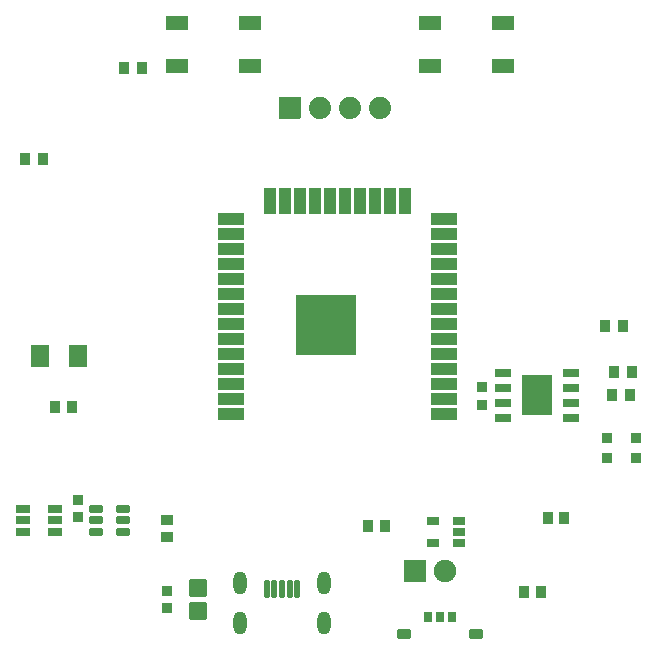
<source format=gbs>
G04 Layer: BottomSolderMaskLayer*
G04 EasyEDA v6.5.42, 2024-04-23 23:59:32*
G04 6f1416cd65ae409284c29a2362dae36f,3bb721cc424b4652afb4738f699644a2,10*
G04 Gerber Generator version 0.2*
G04 Scale: 100 percent, Rotated: No, Reflected: No *
G04 Dimensions in millimeters *
G04 leading zeros omitted , absolute positions ,4 integer and 5 decimal *
%FSLAX45Y45*%
%MOMM*%

%AMMACRO1*1,1,$1,$2,$3*1,1,$1,$4,$5*1,1,$1,0-$2,0-$3*1,1,$1,0-$4,0-$5*20,1,$1,$2,$3,$4,$5,0*20,1,$1,$4,$5,0-$2,0-$3,0*20,1,$1,0-$2,0-$3,0-$4,0-$5,0*20,1,$1,0-$4,0-$5,$2,$3,0*4,1,4,$2,$3,$4,$5,0-$2,0-$3,0-$4,0-$5,$2,$3,0*%
%ADD10MACRO1,0.1016X0.9X0.55X-0.9X0.55*%
%ADD11MACRO1,0.1016X0.45X-0.4X0.45X0.4*%
%ADD12MACRO1,0.1016X0.4X0.45X-0.4X0.45*%
%ADD13MACRO1,0.1016X-0.675X-0.705X0.675X-0.705*%
%ADD14MACRO1,0.1016X-0.675X0.705X0.675X0.705*%
%ADD15C,1.9016*%
%ADD16MACRO1,0.1016X-0.9X-0.9X0.9X-0.9*%
%ADD17MACRO1,0.102X0.55X0.3X-0.55X0.3*%
%ADD18R,0.9656X0.9081*%
%ADD19MACRO1,0.1016X-0.4032X0.432X-0.4032X-0.432*%
%ADD20MACRO1,0.1016X0.4032X0.432X0.4032X-0.432*%
%ADD21MACRO1,0.1016X0.4032X-0.432X0.4032X0.432*%
%ADD22MACRO1,0.1016X-0.4032X-0.432X-0.4032X0.432*%
%ADD23MACRO1,0.1016X0.3X0.4X-0.3X0.4*%
%ADD24MACRO1,0.1016X0.5X-0.35X0.5X0.35*%
%ADD25MACRO1,0.1016X0.536X-0.266X0.536X0.266*%
%ADD26R,1.1000X0.7000*%
%ADD27MACRO1,0.1016X0.2X0.7X-0.2X0.7*%
%ADD28O,1.1516106X1.9516090000000001*%
%ADD29MACRO1,0.1016X-0.4X-0.45X0.4X-0.45*%
%ADD30MACRO1,0.1016X0.7425X-0.864X0.7425X0.864*%
%ADD31MACRO1,0.1016X-0.7425X-0.864X-0.7425X0.864*%
%ADD32MACRO1,0.1016X0.4X0.4X-0.4X0.4*%
%ADD33MACRO1,0.1016X0.6X-0.3X0.6X0.3*%
%ADD34R,2.5016X3.4016*%
%ADD35MACRO1,0.1016X1.05X-0.475X1.05X0.475*%
%ADD36MACRO1,0.1016X0.475X-1.05X0.475X1.05*%
%ADD37MACRO1,0.1016X-2.5X-2.5X2.5X-2.5*%
%ADD38MACRO1,0.1016X-0.889X0.889X0.889X0.889*%
%ADD39C,1.8796*%

%LPD*%
D10*
G01*
X4189991Y5285002D03*
G01*
X3569992Y5285003D03*
G01*
X4189991Y4915001D03*
G01*
X3569992Y4915001D03*
G01*
X2049995Y5285002D03*
G01*
X1429997Y5285003D03*
G01*
X2049995Y4915001D03*
G01*
X1429997Y4915001D03*
D11*
G01*
X1349997Y1069997D03*
G01*
X1349997Y929998D03*
D12*
G01*
X4369991Y459999D03*
G01*
X4509990Y459999D03*
G01*
X3049993Y1019997D03*
G01*
X3189993Y1019997D03*
D13*
G01*
X1609996Y500001D03*
D14*
G01*
X1609996Y299996D03*
D15*
G01*
X3696995Y640003D03*
D16*
G01*
X3442992Y639998D03*
D17*
G01*
X124992Y1164993D03*
G01*
X124992Y1069997D03*
G01*
X124992Y975001D03*
G01*
X395003Y975001D03*
G01*
X395003Y1069997D03*
G01*
X395003Y1164993D03*
D18*
G01*
X589991Y1094663D03*
G01*
X589991Y1245311D03*
G01*
X1350010Y324662D03*
G01*
X1350010Y475335D03*
D19*
G01*
X295324Y4129991D03*
D20*
G01*
X144674Y4129991D03*
D21*
G01*
X5054664Y2719994D03*
D22*
G01*
X5205314Y2719994D03*
D21*
G01*
X984672Y4899990D03*
D22*
G01*
X1135322Y4899990D03*
D23*
G01*
X3759992Y249240D03*
G01*
X3659992Y249240D03*
G01*
X3559992Y249240D03*
D24*
G01*
X3354992Y110740D03*
G01*
X3964990Y110738D03*
D25*
G01*
X745088Y975001D03*
G01*
X745088Y1069997D03*
G01*
X745088Y1164993D03*
G01*
X974907Y1164993D03*
G01*
X974907Y1069997D03*
G01*
X974907Y975001D03*
D26*
G01*
X3599992Y1064996D03*
G01*
X3599992Y875004D03*
G01*
X3820007Y1064996D03*
G01*
X3820007Y875004D03*
G01*
X3820007Y970000D03*
D27*
G01*
X2449997Y492495D03*
G01*
X2384999Y492495D03*
G01*
X2319995Y492495D03*
G01*
X2254991Y492495D03*
G01*
X2189993Y492495D03*
D28*
G01*
X2677490Y197510D03*
G01*
X1962505Y542493D03*
G01*
X1962505Y202488D03*
G01*
X2677490Y542493D03*
D29*
G01*
X4709990Y1089997D03*
G01*
X4569990Y1089997D03*
D12*
G01*
X399999Y2029995D03*
G01*
X539998Y2029995D03*
D30*
G01*
X270748Y2459995D03*
D31*
G01*
X589249Y2459995D03*
D32*
G01*
X5069989Y1765086D03*
G01*
X5069989Y1594906D03*
G01*
X5319989Y1765086D03*
G01*
X5319989Y1594906D03*
D19*
G01*
X5265314Y2129995D03*
D20*
G01*
X5114664Y2129995D03*
D19*
G01*
X5285314Y2329995D03*
D20*
G01*
X5134664Y2329995D03*
D18*
G01*
X4009999Y2044674D03*
G01*
X4009999Y2195321D03*
D33*
G01*
X4189161Y1939495D03*
G01*
X4189161Y2066495D03*
G01*
X4189161Y2193495D03*
G01*
X4189161Y2320495D03*
G01*
X4770821Y2320495D03*
G01*
X4770821Y2193495D03*
G01*
X4770821Y2066495D03*
G01*
X4770821Y1939495D03*
D34*
G01*
X4480001Y2129993D03*
D35*
G01*
X1890019Y1968477D03*
G01*
X1890019Y2095477D03*
G01*
X1890019Y2222477D03*
G01*
X1890019Y2349477D03*
G01*
X1890019Y2476477D03*
G01*
X1890019Y2603477D03*
G01*
X1890019Y2730477D03*
G01*
X1890019Y2857477D03*
G01*
X1890019Y2984477D03*
G01*
X1890019Y3111477D03*
G01*
X1890019Y3238477D03*
G01*
X1890019Y3365477D03*
G01*
X1890019Y3492477D03*
G01*
X1890019Y3619477D03*
D36*
G01*
X2218504Y3771498D03*
G01*
X2345504Y3771498D03*
G01*
X2472504Y3771498D03*
G01*
X2599504Y3771498D03*
G01*
X2726504Y3771498D03*
G01*
X2853504Y3771473D03*
G01*
X2980504Y3771473D03*
G01*
X3107504Y3771473D03*
G01*
X3234504Y3771473D03*
G01*
X3361504Y3771473D03*
D35*
G01*
X3689990Y3619477D03*
G01*
X3689990Y3492477D03*
G01*
X3689990Y3365477D03*
G01*
X3689990Y3238477D03*
G01*
X3689990Y3111477D03*
G01*
X3689990Y2984477D03*
G01*
X3689990Y2857477D03*
G01*
X3689990Y2730477D03*
G01*
X3689990Y2603477D03*
G01*
X3689990Y2476477D03*
G01*
X3689990Y2349477D03*
G01*
X3689990Y2222477D03*
G01*
X3689990Y2095477D03*
G01*
X3689990Y1968477D03*
D37*
G01*
X2688301Y2722791D03*
D38*
G01*
X2389995Y4559990D03*
D39*
G01*
X2643987Y4559985D03*
G01*
X2897987Y4559985D03*
G01*
X3151987Y4559985D03*
M02*

</source>
